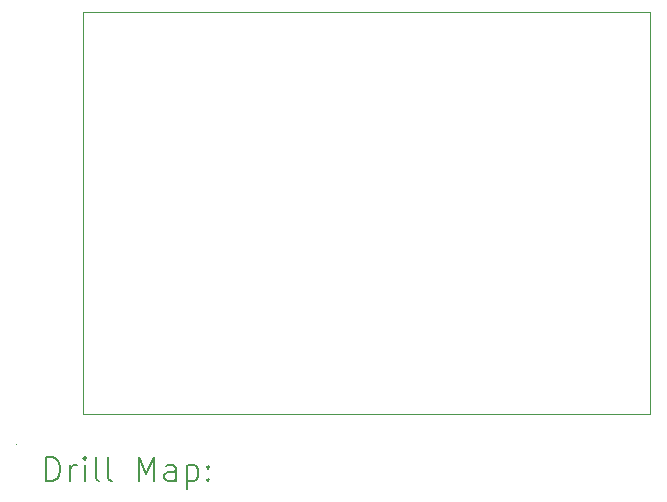
<source format=gbr>
%TF.GenerationSoftware,KiCad,Pcbnew,(6.0.9)*%
%TF.CreationDate,2022-12-25T09:43:11+01:00*%
%TF.ProjectId,bed_occupacy_sensor,6265645f-6f63-4637-9570-6163795f7365,rev?*%
%TF.SameCoordinates,Original*%
%TF.FileFunction,Drillmap*%
%TF.FilePolarity,Positive*%
%FSLAX45Y45*%
G04 Gerber Fmt 4.5, Leading zero omitted, Abs format (unit mm)*
G04 Created by KiCad (PCBNEW (6.0.9)) date 2022-12-25 09:43:11*
%MOMM*%
%LPD*%
G01*
G04 APERTURE LIST*
%ADD10C,0.100000*%
%ADD11C,0.200000*%
G04 APERTURE END LIST*
D10*
X20568000Y-9200000D02*
X15768000Y-9200000D01*
X15768000Y-9200000D02*
X15768000Y-12600000D01*
X15768000Y-12600000D02*
X20568000Y-12600000D01*
X20568000Y-12600000D02*
X20568000Y-9200000D01*
X15202000Y-12852500D02*
X15202000Y-12852500D01*
X15202000Y-12852500D02*
X15202000Y-12852500D01*
X15202000Y-12852500D02*
X15202000Y-12852500D01*
X15202000Y-12852500D02*
X15202000Y-12852500D01*
D11*
X15454619Y-13167976D02*
X15454619Y-12967976D01*
X15502238Y-12967976D01*
X15530809Y-12977500D01*
X15549857Y-12996548D01*
X15559381Y-13015595D01*
X15568905Y-13053690D01*
X15568905Y-13082262D01*
X15559381Y-13120357D01*
X15549857Y-13139405D01*
X15530809Y-13158452D01*
X15502238Y-13167976D01*
X15454619Y-13167976D01*
X15654619Y-13167976D02*
X15654619Y-13034643D01*
X15654619Y-13072738D02*
X15664143Y-13053690D01*
X15673667Y-13044167D01*
X15692714Y-13034643D01*
X15711762Y-13034643D01*
X15778428Y-13167976D02*
X15778428Y-13034643D01*
X15778428Y-12967976D02*
X15768905Y-12977500D01*
X15778428Y-12987024D01*
X15787952Y-12977500D01*
X15778428Y-12967976D01*
X15778428Y-12987024D01*
X15902238Y-13167976D02*
X15883190Y-13158452D01*
X15873667Y-13139405D01*
X15873667Y-12967976D01*
X16007000Y-13167976D02*
X15987952Y-13158452D01*
X15978428Y-13139405D01*
X15978428Y-12967976D01*
X16235571Y-13167976D02*
X16235571Y-12967976D01*
X16302238Y-13110833D01*
X16368905Y-12967976D01*
X16368905Y-13167976D01*
X16549857Y-13167976D02*
X16549857Y-13063214D01*
X16540333Y-13044167D01*
X16521286Y-13034643D01*
X16483190Y-13034643D01*
X16464143Y-13044167D01*
X16549857Y-13158452D02*
X16530809Y-13167976D01*
X16483190Y-13167976D01*
X16464143Y-13158452D01*
X16454619Y-13139405D01*
X16454619Y-13120357D01*
X16464143Y-13101309D01*
X16483190Y-13091786D01*
X16530809Y-13091786D01*
X16549857Y-13082262D01*
X16645095Y-13034643D02*
X16645095Y-13234643D01*
X16645095Y-13044167D02*
X16664143Y-13034643D01*
X16702238Y-13034643D01*
X16721286Y-13044167D01*
X16730809Y-13053690D01*
X16740333Y-13072738D01*
X16740333Y-13129881D01*
X16730809Y-13148928D01*
X16721286Y-13158452D01*
X16702238Y-13167976D01*
X16664143Y-13167976D01*
X16645095Y-13158452D01*
X16826048Y-13148928D02*
X16835571Y-13158452D01*
X16826048Y-13167976D01*
X16816524Y-13158452D01*
X16826048Y-13148928D01*
X16826048Y-13167976D01*
X16826048Y-13044167D02*
X16835571Y-13053690D01*
X16826048Y-13063214D01*
X16816524Y-13053690D01*
X16826048Y-13044167D01*
X16826048Y-13063214D01*
M02*

</source>
